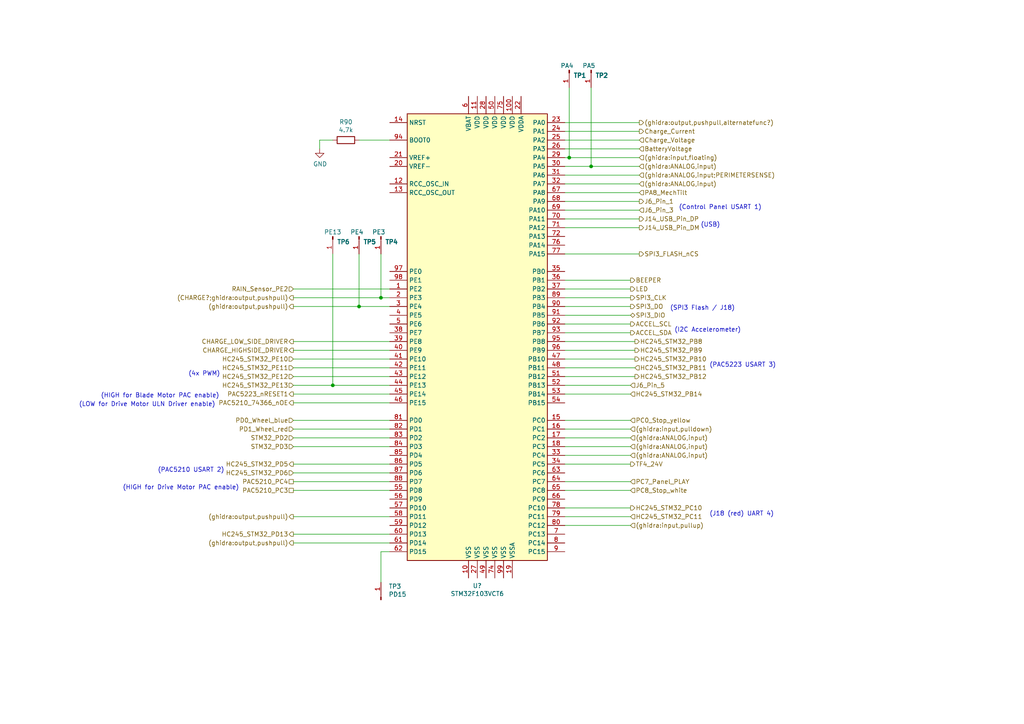
<source format=kicad_sch>
(kicad_sch (version 20211123) (generator eeschema)
  (paper "A4")
  (title_block (title "Project Mowgli") (date "2022-05-22") (rev "1.0.1") (comment 1 "(c) CyberNet / cn@warp.at") (comment 2 "https://github.com/cloudn1ne/Mowgli"))
  (lib_symbols
    (symbol "Connector:Conn_01x01_Male" (pin_names (offset 1.016) hide)
      (property "Reference" "J" (at 0 2.54 0))
      (property "Value" "Conn_01x01_Male" (at 0 -2.54 0))
      (symbol "Conn_01x01_Male_1_1"
        (polyline (pts (xy 1.27 0) (xy 0.8636 0)) (stroke (width 0.1524)))
        (rectangle (start 0.8636 0.127) (end 0 -0.127) (stroke (width 0.1524)) (fill (type outline)))
        (pin passive line (at 5.08 0 180) (length 3.81) (name "Pin_1") (number "1"))
      )
    )
    (symbol "Device:R" (pin_numbers hide) (pin_names (offset 0))
      (property "Reference" "R" (at 2.032 0 90))
      (property "Value" "R" (at 0 0 90))
      (symbol "R_0_1"
        (rectangle (start -1.016 -2.54) (end 1.016 2.54) (stroke (width 0.254)))
      )
      (symbol "R_1_1"
        (pin passive line (at 0 3.81 270) (length 1.27) (name "~") (number "1"))
        (pin passive line (at 0 -3.81 90) (length 1.27) (name "~") (number "2"))
      )
    )
    (symbol "MCU_ST_STM32F1:STM32F103VCTx"
      (property "Reference" "U" (at -20.32 64.77 0))
      (property "Value" "STM32F103VCTx" (at 15.24 64.77 0))
      (symbol "STM32F103VCTx_0_1"
        (rectangle (start -20.32 -66.04) (end 20.32 63.5) (stroke (width 0.254)) (fill (type background)))
      )
      (symbol "STM32F103VCTx_1_1"
        (pin bidirectional line (at -25.4 12.7 0) (length 5.08) (name "PE2") (number "1"))
        (pin power_in line (at -2.54 -71.12 90) (length 5.08) (name "VSS") (number "10"))
        (pin power_in line (at 10.16 68.58 270) (length 5.08) (name "VDD") (number "100"))
        (pin power_in line (at 0 68.58 270) (length 5.08) (name "VDD") (number "11"))
        (pin input line (at -25.4 43.18 0) (length 5.08) (name "RCC_OSC_IN") (number "12"))
        (pin input line (at -25.4 40.64 0) (length 5.08) (name "RCC_OSC_OUT") (number "13"))
        (pin input line (at -25.4 60.96 0) (length 5.08) (name "NRST") (number "14"))
        (pin bidirectional line (at 25.4 -25.4 180) (length 5.08) (name "PC0") (number "15"))
        (pin bidirectional line (at 25.4 -27.94 180) (length 5.08) (name "PC1") (number "16"))
        (pin bidirectional line (at 25.4 -30.48 180) (length 5.08) (name "PC2") (number "17"))
        (pin bidirectional line (at 25.4 -33.02 180) (length 5.08) (name "PC3") (number "18"))
        (pin power_in line (at 10.16 -71.12 90) (length 5.08) (name "VSSA") (number "19"))
        (pin bidirectional line (at -25.4 10.16 0) (length 5.08) (name "PE3") (number "2"))
        (pin power_in line (at -25.4 48.26 0) (length 5.08) (name "VREF-") (number "20"))
        (pin power_in line (at -25.4 50.8 0) (length 5.08) (name "VREF+") (number "21"))
        (pin power_in line (at 12.7 68.58 270) (length 5.08) (name "VDDA") (number "22"))
        (pin bidirectional line (at 25.4 60.96 180) (length 5.08) (name "PA0") (number "23"))
        (pin bidirectional line (at 25.4 58.42 180) (length 5.08) (name "PA1") (number "24"))
        (pin bidirectional line (at 25.4 55.88 180) (length 5.08) (name "PA2") (number "25"))
        (pin bidirectional line (at 25.4 53.34 180) (length 5.08) (name "PA3") (number "26"))
        (pin power_in line (at 0 -71.12 90) (length 5.08) (name "VSS") (number "27"))
        (pin power_in line (at 2.54 68.58 270) (length 5.08) (name "VDD") (number "28"))
        (pin bidirectional line (at 25.4 50.8 180) (length 5.08) (name "PA4") (number "29"))
        (pin bidirectional line (at -25.4 7.62 0) (length 5.08) (name "PE4") (number "3"))
        (pin bidirectional line (at 25.4 48.26 180) (length 5.08) (name "PA5") (number "30"))
        (pin bidirectional line (at 25.4 45.72 180) (length 5.08) (name "PA6") (number "31"))
        (pin bidirectional line (at 25.4 43.18 180) (length 5.08) (name "PA7") (number "32"))
        (pin bidirectional line (at 25.4 -35.56 180) (length 5.08) (name "PC4") (number "33"))
        (pin bidirectional line (at 25.4 -38.1 180) (length 5.08) (name "PC5") (number "34"))
        (pin bidirectional line (at 25.4 17.78 180) (length 5.08) (name "PB0") (number "35"))
        (pin bidirectional line (at 25.4 15.24 180) (length 5.08) (name "PB1") (number "36"))
        (pin bidirectional line (at 25.4 12.7 180) (length 5.08) (name "PB2") (number "37"))
        (pin bidirectional line (at -25.4 0 0) (length 5.08) (name "PE7") (number "38"))
        (pin bidirectional line (at -25.4 -2.54 0) (length 5.08) (name "PE8") (number "39"))
        (pin bidirectional line (at -25.4 5.08 0) (length 5.08) (name "PE5") (number "4"))
        (pin bidirectional line (at -25.4 -5.08 0) (length 5.08) (name "PE9") (number "40"))
        (pin bidirectional line (at -25.4 -7.62 0) (length 5.08) (name "PE10") (number "41"))
        (pin bidirectional line (at -25.4 -10.16 0) (length 5.08) (name "PE11") (number "42"))
        (pin bidirectional line (at -25.4 -12.7 0) (length 5.08) (name "PE12") (number "43"))
        (pin bidirectional line (at -25.4 -15.24 0) (length 5.08) (name "PE13") (number "44"))
        (pin bidirectional line (at -25.4 -17.78 0) (length 5.08) (name "PE14") (number "45"))
        (pin bidirectional line (at -25.4 -20.32 0) (length 5.08) (name "PE15") (number "46"))
        (pin bidirectional line (at 25.4 -7.62 180) (length 5.08) (name "PB10") (number "47"))
        (pin bidirectional line (at 25.4 -10.16 180) (length 5.08) (name "PB11") (number "48"))
        (pin power_in line (at 2.54 -71.12 90) (length 5.08) (name "VSS") (number "49"))
        (pin bidirectional line (at -25.4 2.54 0) (length 5.08) (name "PE6") (number "5"))
        (pin power_in line (at 5.08 68.58 270) (length 5.08) (name "VDD") (number "50"))
        (pin bidirectional line (at 25.4 -12.7 180) (length 5.08) (name "PB12") (number "51"))
        (pin bidirectional line (at 25.4 -15.24 180) (length 5.08) (name "PB13") (number "52"))
        (pin bidirectional line (at 25.4 -17.78 180) (length 5.08) (name "PB14") (number "53"))
        (pin bidirectional line (at 25.4 -20.32 180) (length 5.08) (name "PB15") (number "54"))
        (pin bidirectional line (at -25.4 -45.72 0) (length 5.08) (name "PD8") (number "55"))
        (pin bidirectional line (at -25.4 -48.26 0) (length 5.08) (name "PD9") (number "56"))
        (pin bidirectional line (at -25.4 -50.8 0) (length 5.08) (name "PD10") (number "57"))
        (pin bidirectional line (at -25.4 -53.34 0) (length 5.08) (name "PD11") (number "58"))
        (pin bidirectional line (at -25.4 -55.88 0) (length 5.08) (name "PD12") (number "59"))
        (pin power_in line (at -2.54 68.58 270) (length 5.08) (name "VBAT") (number "6"))
        (pin bidirectional line (at -25.4 -58.42 0) (length 5.08) (name "PD13") (number "60"))
        (pin bidirectional line (at -25.4 -60.96 0) (length 5.08) (name "PD14") (number "61"))
        (pin bidirectional line (at -25.4 -63.5 0) (length 5.08) (name "PD15") (number "62"))
        (pin bidirectional line (at 25.4 -40.64 180) (length 5.08) (name "PC6") (number "63"))
        (pin bidirectional line (at 25.4 -43.18 180) (length 5.08) (name "PC7") (number "64"))
        (pin bidirectional line (at 25.4 -45.72 180) (length 5.08) (name "PC8") (number "65"))
        (pin bidirectional line (at 25.4 -48.26 180) (length 5.08) (name "PC9") (number "66"))
        (pin bidirectional line (at 25.4 40.64 180) (length 5.08) (name "PA8") (number "67"))
        (pin bidirectional line (at 25.4 38.1 180) (length 5.08) (name "PA9") (number "68"))
        (pin bidirectional line (at 25.4 35.56 180) (length 5.08) (name "PA10") (number "69"))
        (pin bidirectional line (at 25.4 -58.42 180) (length 5.08) (name "PC13") (number "7"))
        (pin bidirectional line (at 25.4 33.02 180) (length 5.08) (name "PA11") (number "70"))
        (pin bidirectional line (at 25.4 30.48 180) (length 5.08) (name "PA12") (number "71"))
        (pin bidirectional line (at 25.4 27.94 180) (length 5.08) (name "PA13") (number "72"))
        (pin no_connect line (at -20.32 -63.5 0) (length 5.08) hide (name "NC") (number "73"))
        (pin power_in line (at 5.08 -71.12 90) (length 5.08) (name "VSS") (number "74"))
        (pin power_in line (at 7.62 68.58 270) (length 5.08) (name "VDD") (number "75"))
        (pin bidirectional line (at 25.4 25.4 180) (length 5.08) (name "PA14") (number "76"))
        (pin bidirectional line (at 25.4 22.86 180) (length 5.08) (name "PA15") (number "77"))
        (pin bidirectional line (at 25.4 -50.8 180) (length 5.08) (name "PC10") (number "78"))
        (pin bidirectional line (at 25.4 -53.34 180) (length 5.08) (name "PC11") (number "79"))
        (pin bidirectional line (at 25.4 -60.96 180) (length 5.08) (name "PC14") (number "8"))
        (pin bidirectional line (at 25.4 -55.88 180) (length 5.08) (name "PC12") (number "80"))
        (pin bidirectional line (at -25.4 -25.4 0) (length 5.08) (name "PD0") (number "81"))
        (pin bidirectional line (at -25.4 -27.94 0) (length 5.08) (name "PD1") (number "82"))
        (pin bidirectional line (at -25.4 -30.48 0) (length 5.08) (name "PD2") (number "83"))
        (pin bidirectional line (at -25.4 -33.02 0) (length 5.08) (name "PD3") (number "84"))
        (pin bidirectional line (at -25.4 -35.56 0) (length 5.08) (name "PD4") (number "85"))
        (pin bidirectional line (at -25.4 -38.1 0) (length 5.08) (name "PD5") (number "86"))
        (pin bidirectional line (at -25.4 -40.64 0) (length 5.08) (name "PD6") (number "87"))
        (pin bidirectional line (at -25.4 -43.18 0) (length 5.08) (name "PD7") (number "88"))
        (pin bidirectional line (at 25.4 10.16 180) (length 5.08) (name "PB3") (number "89"))
        (pin bidirectional line (at 25.4 -63.5 180) (length 5.08) (name "PC15") (number "9"))
        (pin bidirectional line (at 25.4 7.62 180) (length 5.08) (name "PB4") (number "90"))
        (pin bidirectional line (at 25.4 5.08 180) (length 5.08) (name "PB5") (number "91"))
        (pin bidirectional line (at 25.4 2.54 180) (length 5.08) (name "PB6") (number "92"))
        (pin bidirectional line (at 25.4 0 180) (length 5.08) (name "PB7") (number "93"))
        (pin input line (at -25.4 55.88 0) (length 5.08) (name "BOOT0") (number "94"))
        (pin bidirectional line (at 25.4 -2.54 180) (length 5.08) (name "PB8") (number "95"))
        (pin bidirectional line (at 25.4 -5.08 180) (length 5.08) (name "PB9") (number "96"))
        (pin bidirectional line (at -25.4 17.78 0) (length 5.08) (name "PE0") (number "97"))
        (pin bidirectional line (at -25.4 15.24 0) (length 5.08) (name "PE1") (number "98"))
        (pin power_in line (at 7.62 -71.12 90) (length 5.08) (name "VSS") (number "99"))
      )
    )
    (symbol "power:GND" (power) (pin_names (offset 0))
      (property "Value" "GND" (at 0 -3.81 0))
      (symbol "GND_0_1"
        (polyline (pts (xy 0 0) (xy 0 -1.27) (xy 1.27 -1.27) (xy 0 -2.54) (xy -1.27 -1.27) (xy 0 -1.27)))
      )
      (symbol "GND_1_1"
        (pin power_in line (at 0 0 270) (length 0) hide (name "GND") (number "1"))
      )
    )
  )
  (junction (at 96.52 111.76))
  (junction (at 165.1 45.72))
  (junction (at 104.14 88.9))
  (junction (at 171.45 48.26))
  (junction (at 110.49 86.36))
  (wire (pts (xy 85.09 106.68) (xy 113.03 106.68)))
  (wire (pts (xy 163.83 134.62) (xy 182.88 134.62)))
  (wire (pts (xy 85.09 109.22) (xy 113.03 109.22)))
  (wire (pts (xy 185.42 38.1) (xy 163.83 38.1)))
  (wire (pts (xy 182.88 147.32) (xy 163.83 147.32)))
  (wire (pts (xy 85.09 104.14) (xy 113.03 104.14)))
  (wire (pts (xy 85.09 157.48) (xy 113.03 157.48)))
  (wire (pts (xy 113.03 111.76) (xy 96.52 111.76)))
  (wire (pts (xy 185.42 48.26) (xy 171.45 48.26)))
  (wire (pts (xy 85.09 139.7) (xy 113.03 139.7)))
  (wire (pts (xy 113.03 86.36) (xy 110.49 86.36)))
  (wire (pts (xy 96.52 40.64) (xy 92.71 40.64)))
  (wire (pts (xy 85.09 116.84) (xy 113.03 116.84)))
  (wire (pts (xy 163.83 58.42) (xy 185.42 58.42)))
  (wire (pts (xy 104.14 88.9) (xy 113.03 88.9)))
  (wire (pts (xy 182.88 139.7) (xy 163.83 139.7)))
  (wire (pts (xy 182.88 114.3) (xy 163.83 114.3)))
  (wire (pts (xy 110.49 73.66) (xy 110.49 86.36)))
  (wire (pts (xy 85.09 124.46) (xy 113.03 124.46)))
  (wire (pts (xy 113.03 160.02) (xy 110.49 160.02)))
  (wire (pts (xy 182.88 121.92) (xy 163.83 121.92)))
  (wire (pts (xy 185.42 43.18) (xy 163.83 43.18)))
  (wire (pts (xy 85.09 121.92) (xy 113.03 121.92)))
  (wire (pts (xy 165.1 25.4) (xy 165.1 45.72)))
  (wire (pts (xy 182.88 127) (xy 163.83 127)))
  (wire (pts (xy 85.09 99.06) (xy 113.03 99.06)))
  (wire (pts (xy 182.88 111.76) (xy 163.83 111.76)))
  (wire (pts (xy 185.42 60.96) (xy 163.83 60.96)))
  (wire (pts (xy 85.09 142.24) (xy 113.03 142.24)))
  (wire (pts (xy 182.88 142.24) (xy 163.83 142.24)))
  (wire (pts (xy 85.09 127) (xy 113.03 127)))
  (wire (pts (xy 182.88 83.82) (xy 163.83 83.82)))
  (wire (pts (xy 85.09 129.54) (xy 113.03 129.54)))
  (wire (pts (xy 85.09 88.9) (xy 104.14 88.9)))
  (wire (pts (xy 185.42 55.88) (xy 163.83 55.88)))
  (wire (pts (xy 182.88 91.44) (xy 163.83 91.44)))
  (wire (pts (xy 113.03 40.64) (xy 104.14 40.64)))
  (wire (pts (xy 184.15 106.68) (xy 163.83 106.68)))
  (wire (pts (xy 85.09 101.6) (xy 113.03 101.6)))
  (wire (pts (xy 85.09 114.3) (xy 113.03 114.3)))
  (wire (pts (xy 184.15 101.6) (xy 163.83 101.6)))
  (wire (pts (xy 182.88 132.08) (xy 163.83 132.08)))
  (wire (pts (xy 85.09 111.76) (xy 96.52 111.76)))
  (wire (pts (xy 185.42 45.72) (xy 165.1 45.72)))
  (wire (pts (xy 182.88 93.98) (xy 163.83 93.98)))
  (wire (pts (xy 182.88 88.9) (xy 163.83 88.9)))
  (wire (pts (xy 110.49 160.02) (xy 110.49 168.91)))
  (wire (pts (xy 85.09 134.62) (xy 113.03 134.62)))
  (wire (pts (xy 85.09 86.36) (xy 110.49 86.36)))
  (wire (pts (xy 163.83 104.14) (xy 184.15 104.14)))
  (wire (pts (xy 165.1 45.72) (xy 163.83 45.72)))
  (wire (pts (xy 163.83 63.5) (xy 185.42 63.5)))
  (wire (pts (xy 85.09 83.82) (xy 113.03 83.82)))
  (wire (pts (xy 85.09 137.16) (xy 113.03 137.16)))
  (wire (pts (xy 104.14 73.66) (xy 104.14 88.9)))
  (wire (pts (xy 185.42 73.66) (xy 163.83 73.66)))
  (wire (pts (xy 163.83 35.56) (xy 185.42 35.56)))
  (wire (pts (xy 185.42 40.64) (xy 163.83 40.64)))
  (wire (pts (xy 185.42 66.04) (xy 163.83 66.04)))
  (wire (pts (xy 182.88 149.86) (xy 163.83 149.86)))
  (wire (pts (xy 163.83 50.8) (xy 185.42 50.8)))
  (wire (pts (xy 163.83 129.54) (xy 182.88 129.54)))
  (wire (pts (xy 85.09 149.86) (xy 113.03 149.86)))
  (wire (pts (xy 182.88 81.28) (xy 163.83 81.28)))
  (wire (pts (xy 185.42 53.34) (xy 163.83 53.34)))
  (wire (pts (xy 96.52 73.66) (xy 96.52 111.76)))
  (wire (pts (xy 92.71 40.64) (xy 92.71 43.18)))
  (wire (pts (xy 171.45 48.26) (xy 163.83 48.26)))
  (wire (pts (xy 184.15 109.22) (xy 163.83 109.22)))
  (wire (pts (xy 182.88 124.46) (xy 163.83 124.46)))
  (wire (pts (xy 184.15 99.06) (xy 163.83 99.06)))
  (wire (pts (xy 182.88 96.52) (xy 163.83 96.52)))
  (wire (pts (xy 182.88 86.36) (xy 163.83 86.36)))
  (wire (pts (xy 182.88 152.4) (xy 163.83 152.4)))
  (wire (pts (xy 171.45 25.4) (xy 171.45 48.26)))
  (wire (pts (xy 85.09 154.94) (xy 113.03 154.94)))
  (text "(PAC5223 USART 3)" (at 205.74 106.68 0) (effects (font (size 1.27 1.27)) (justify left bottom)))
  (text "(LOW for Drive Motor ULN Driver enable)" (at 22.86 118.11 0) (effects (font (size 1.27 1.27)) (justify left bottom)))
  (text "(J18 (red) UART 4)" (at 205.74 149.86 0) (effects (font (size 1.27 1.27)) (justify left bottom)))
  (text "(PAC5210 USART 2)" (at 45.72 137.16 0) (effects (font (size 1.27 1.27)) (justify left bottom)))
  (text "(HIGH for Blade Motor PAC enable)" (at 29.21 115.57 0) (effects (font (size 1.27 1.27)) (justify left bottom)))
  (text "(I2C Accelerometer)" (at 195.58 96.52 0) (effects (font (size 1.27 1.27)) (justify left bottom)))
  (text "(4x PWM)" (at 54.61 109.22 0) (effects (font (size 1.27 1.27)) (justify left bottom)))
  (text "(Control Panel USART 1)" (at 196.85 60.96 0) (effects (font (size 1.27 1.27)) (justify left bottom)))
  (text "(USB)" (at 203.2 66.04 0) (effects (font (size 1.27 1.27)) (justify left bottom)))
  (text "(SPI3 Flash / J18)" (at 194.31 90.17 0) (effects (font (size 1.27 1.27)) (justify left bottom)))
  (text "(HIGH for Drive Motor PAC enable)" (at 35.56 142.24 0) (effects (font (size 1.27 1.27)) (justify left bottom)))
  (hierarchical_label "SPI3_DO" (shape output) (at 182.88 88.9 0))
  (hierarchical_label "CHARGE_HIGHSIDE_DRIVER" (shape output) (at 85.09 101.6 180))
  (hierarchical_label "HC245_STM32_PB12" (shape output) (at 184.15 109.22 0))
  (hierarchical_label "PC0_Stop_yellow" (shape input) (at 182.88 121.92 0))
  (hierarchical_label "(ghidra:output,pushpull,alternatefunc?)" (shape output) (at 185.42 35.56 0))
  (hierarchical_label "Charge_Current" (shape output) (at 185.42 38.1 0))
  (hierarchical_label "(ghidra:ANALOG,input)" (shape input) (at 182.88 132.08 0))
  (hierarchical_label "HC245_STM32_PB11" (shape input) (at 184.15 106.68 0))
  (hierarchical_label "(ghidra:ANALOG,input)" (shape input) (at 182.88 129.54 0))
  (hierarchical_label "BEEPER" (shape output) (at 182.88 81.28 0))
  (hierarchical_label "PAC5223_nRESET1" (shape output) (at 85.09 114.3 180))
  (hierarchical_label "SPI3_CLK" (shape output) (at 182.88 86.36 0))
  (hierarchical_label "PAC5210_PC3" (shape passive) (at 85.09 142.24 180))
  (hierarchical_label "TF4_24V" (shape output) (at 182.88 134.62 0))
  (hierarchical_label "(ghidra:ANALOG,input)" (shape input) (at 185.42 53.34 0))
  (hierarchical_label "(CHARGE?;ghidra:output,pushpull)" (shape output) (at 85.09 86.36 180))
  (hierarchical_label "(ghidra:output,pushpull)" (shape output) (at 85.09 88.9 180))
  (hierarchical_label "J6_Pin_1" (shape output) (at 185.42 58.42 0))
  (hierarchical_label "(ghidra:output,pushpull)" (shape output) (at 85.09 157.48 180))
  (hierarchical_label "ACCEL_SDA" (shape output) (at 182.88 96.52 0))
  (hierarchical_label "HC245_STM32_PB9" (shape output) (at 184.15 101.6 0))
  (hierarchical_label "(ghidra:input,pulldown)" (shape input) (at 182.88 124.46 0))
  (hierarchical_label "HC245_STM32_PB8" (shape output) (at 184.15 99.06 0))
  (hierarchical_label "J14_USB_Pin_DP" (shape output) (at 185.42 63.5 0))
  (hierarchical_label "(ghidra:input,floating)" (shape input) (at 185.42 45.72 0))
  (hierarchical_label "SPI3_FLASH_nCS" (shape output) (at 185.42 73.66 0))
  (hierarchical_label "RAIN_Sensor_PE2" (shape input) (at 85.09 83.82 180))
  (hierarchical_label "STM32_PD3" (shape input) (at 85.09 129.54 180))
  (hierarchical_label "(ghidra:ANALOG,input)" (shape input) (at 185.42 48.26 0))
  (hierarchical_label "HC245_STM32_PE13" (shape input) (at 85.09 111.76 180))
  (hierarchical_label "HC245_STM32_PD13" (shape output) (at 85.09 154.94 180))
  (hierarchical_label "J6_Pin_5" (shape input) (at 182.88 111.76 0))
  (hierarchical_label "SPI3_DIO" (shape bidirectional) (at 182.88 91.44 0))
  (hierarchical_label "PC7_Panel_PLAY" (shape input) (at 182.88 139.7 0))
  (hierarchical_label "J14_USB_Pin_DM" (shape output) (at 185.42 66.04 0))
  (hierarchical_label "HC245_STM32_PC10" (shape output) (at 182.88 147.32 0))
  (hierarchical_label "PAC5210_PC4" (shape passive) (at 85.09 139.7 180))
  (hierarchical_label "PC8_Stop_white" (shape input) (at 182.88 142.24 0))
  (hierarchical_label "HC245_STM32_PB10" (shape output) (at 184.15 104.14 0))
  (hierarchical_label "PA8_MechTilt" (shape input) (at 185.42 55.88 0))
  (hierarchical_label "HC245_STM32_PD5" (shape output) (at 85.09 134.62 180))
  (hierarchical_label "HC245_STM32_PB14" (shape input) (at 182.88 114.3 0))
  (hierarchical_label "(ghidra:ANALOG,input;PERIMETERSENSE)" (shape input) (at 185.42 50.8 0))
  (hierarchical_label "ACCEL_SCL" (shape output) (at 182.88 93.98 0))
  (hierarchical_label "(ghidra:input,pullup)" (shape input) (at 182.88 152.4 0))
  (hierarchical_label "CHARGE_LOW_SIDE_DRIVER" (shape output) (at 85.09 99.06 180))
  (hierarchical_label "HC245_STM32_PE11" (shape input) (at 85.09 106.68 180))
  (hierarchical_label "PAC5210_74366_nOE" (shape output) (at 85.09 116.84 180))
  (hierarchical_label "HC245_STM32_PC11" (shape input) (at 182.88 149.86 0))
  (hierarchical_label "(ghidra:ANALOG,input)" (shape input) (at 182.88 127 0))
  (hierarchical_label "Charge_Voltage" (shape input) (at 185.42 40.64 0))
  (hierarchical_label "HC245_STM32_PE12" (shape input) (at 85.09 109.22 180))
  (hierarchical_label "PD0_Wheel_blue" (shape input) (at 85.09 121.92 180))
  (hierarchical_label "J6_Pin_3" (shape input) (at 185.42 60.96 0))
  (hierarchical_label "(ghidra:output,pushpull)" (shape output) (at 85.09 149.86 180))
  (hierarchical_label "HC245_STM32_PE10" (shape input) (at 85.09 104.14 180))
  (hierarchical_label "PD1_Wheel_red" (shape input) (at 85.09 124.46 180))
  (hierarchical_label "HC245_STM32_PD6" (shape input) (at 85.09 137.16 180))
  (hierarchical_label "BatteryVoltage" (shape input) (at 185.42 43.18 0))
  (hierarchical_label "LED" (shape output) (at 182.88 83.82 0))
  (hierarchical_label "STM32_PD2" (shape input) (at 85.09 127 180))
  (symbol (lib_id "MCU_ST_STM32F1:STM32F103VCTx") (at 138.43 96.52 0) (unit 1)
    (property "Reference" "U?" (at 138.43 169.9006 0))
    (property "Value" "STM32F103VCT6" (at 138.43 172.212 0))
    (property "Footprint" "Package_QFP:LQFP-100_14x14mm_P0.5mm" (effects hide))
    (property "Datasheet" "http://www.st.com/st-web-ui/static/active/en/resource/technical/document/datasheet/CD00191185.pdf" (effects hide))
  )
  (symbol (lib_id "Connector:Conn_01x01_Male") (at 96.52 68.58 270) (unit 1)
    (property "Reference" "TP6" (at 97.6376 70.1548 90) (effects (font bold) (justify left)))
    (property "Value" "PE13" (at 93.98 67.31 90) (effects (justify left)))
  )
  (symbol (lib_id "Connector:Conn_01x01_Male") (at 165.1 20.32 270) (unit 1)
    (property "Reference" "TP1" (at 166.2176 21.8948 90) (effects (font bold) (justify left)))
    (property "Value" "PA4" (at 162.56 19.05 90) (effects (justify left)))
  )
  (symbol (lib_id "Connector:Conn_01x01_Male") (at 171.45 20.32 270) (unit 1)
    (property "Reference" "TP2" (at 172.5676 21.8948 90) (effects (font bold) (justify left)))
    (property "Value" "PA5" (at 168.91 19.05 90) (effects (justify left)))
  )
  (symbol (lib_id "Connector:Conn_01x01_Male") (at 110.49 173.99 90) (unit 1)
    (property "Reference" "TP3" (at 112.7252 170.0784 90) (effects (justify right)))
    (property "Value" "PD15" (at 112.7252 172.3898 90) (effects (justify right)))
  )
  (symbol (lib_id "Connector:Conn_01x01_Male") (at 104.14 68.58 270) (unit 1)
    (property "Reference" "TP5" (at 105.2576 70.1548 90) (effects (font bold) (justify left)))
    (property "Value" "PE4" (at 101.6 67.31 90) (effects (justify left)))
  )
  (symbol (lib_id "Connector:Conn_01x01_Male") (at 110.49 68.58 270) (unit 1)
    (property "Reference" "TP4" (at 111.6076 70.1548 90) (effects (font bold) (justify left)))
    (property "Value" "PE3" (at 107.95 67.31 90) (effects (justify left)))
  )
  (symbol (lib_id "Device:R") (at 100.33 40.64 270) (unit 1)
    (property "Reference" "R90" (at 100.33 35.3822 90))
    (property "Value" "4.7k" (at 100.33 37.6936 90))
  )
  (symbol (lib_id "power:GND") (at 92.71 43.18 0) (unit 1)
    (property "Reference" "#PWR?" (effects hide))
    (property "Value" "GND" (at 92.837 47.5742 0))
  )
)
</source>
